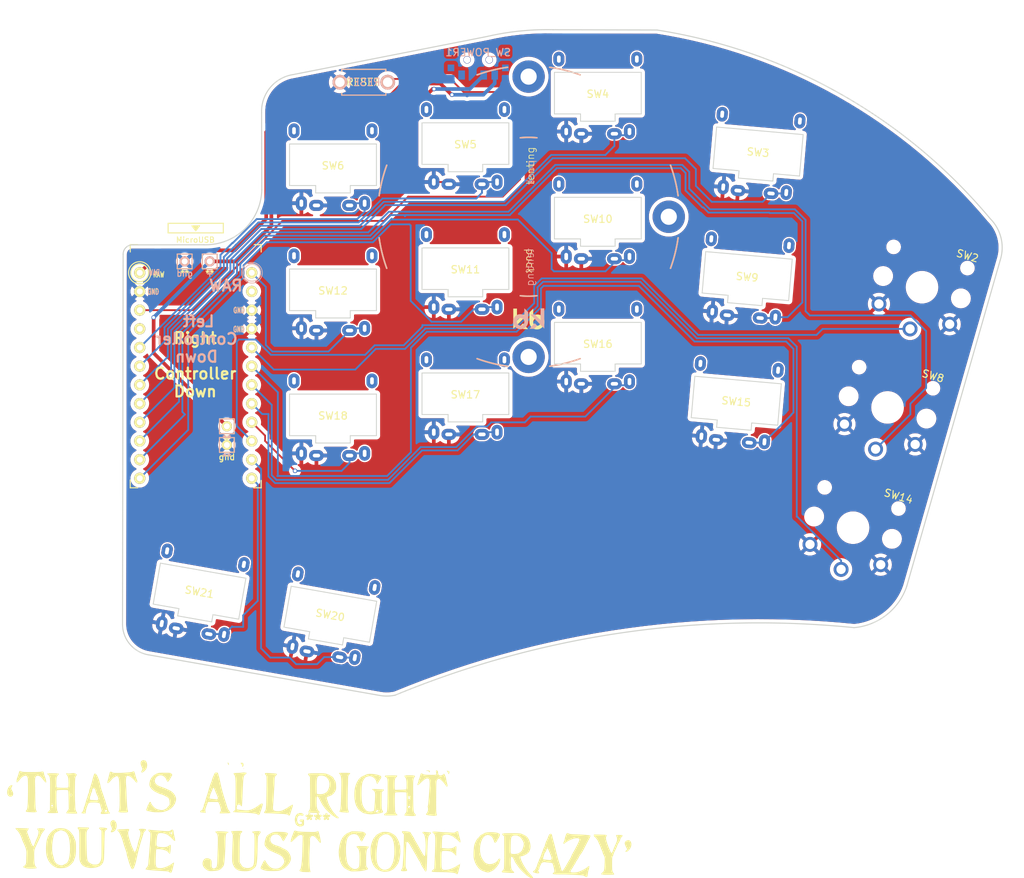
<source format=kicad_pcb>
(kicad_pcb (version 20211014) (generator pcbnew)
  (title_block (title "hypergolic") (date "2020-12-26") (rev "0.1") (company "broomlabs"))
  (layers (0 "F.Cu" signal) (31 "B.Cu" signal) (34 "B.Paste" user) (35 "F.Paste" user) (36 "B.SilkS" user "B.Silkscreen") (37 "F.SilkS" user "F.Silkscreen") (38 "B.Mask" user) (39 "F.Mask" user) (44 "Edge.Cuts" user))
  (net 0 "")
  (net 1 "reset")
  (net 2 "BT+")
  (net 3 "gnd")
  (net 4 "vcc")
  (net 5 "Switch18")
  (net 6 "Switch1")
  (net 7 "Switch2")
  (net 8 "Switch3")
  (net 9 "Switch4")
  (net 10 "Switch5")
  (net 11 "Switch6")
  (net 12 "Switch7")
  (net 13 "Switch8")
  (net 14 "Switch9")
  (net 15 "Switch10")
  (net 16 "Switch11")
  (net 17 "Switch12")
  (net 18 "Switch13")
  (net 19 "Switch14")
  (net 20 "Switch15")
  (net 21 "Switch16")
  (net 22 "Switch17")
  (net 23 "Net-(SW_POWER1-Pad1)")
  (net 24 "raw")
  (footprint "kbd:ProMicro_v3_min" (layer "F.Cu") (at 48.16941 71.875)
    (fp_text reference "U1" hide)
    (fp_text value "ProMicro-kbd" hide)
  )
  (footprint "kbd:1pin_conn" (layer "F.Cu") (at 52.4 80.8)
    (fp_text reference "gnd")
    (fp_text value "MountingHole_Pad" hide)
  )
  (footprint "kbd:1pin_conn" (layer "F.Cu") (at 52.4 78.26)
    (fp_text reference "+")
    (fp_text value "Val**" hide)
  )
  (footprint "kbd:crazy3.kicad" (layer "F.Cu") (at 64.008 131.826)
    (fp_text reference "G***")
    (fp_text value "LOGO" hide)
  )
  (footprint "kbd:1pin_conn" (layer "B.Cu") (at 46.66941 55.85 180)
    (fp_text reference "gnd")
    (fp_text value "MountingHole_Pad" hide)
  )
  (footprint "kbd:ResetSW" (layer "B.Cu") (at 71.01541 31.496 180)
    (fp_text reference "RSW1" hide)
    (fp_text value "SW_Push")
  )
  (footprint "Kailh:SW_PG1350_rev_DPB" (layer "B.Cu") (at 146.891958 59.358753 164)
    (fp_text reference "SW2" hide)
    (fp_text value "SW_Push" hide)
  )
  (footprint "kbd:Choc_Mini_PG1232_Choc_Spacing_dual_ease" (layer "B.Cu") (at 124.599767 41.041588 175)
    (fp_text reference "SW3" hide)
    (fp_text value "SW_Push" hide)
    (fp_line (start 5.9 2.95) (end 5.9 -2.7) (layer "Edge.Cuts") (width 0.12))
    (fp_line (start -2.35 -2.7) (end -5.9 -2.7) (layer "Edge.Cuts") (width 0.12))
    (fp_line (start -5.9 -2.7) (end -5.9 2.95) (layer "Edge.Cuts") (width 0.12))
    (fp_line (start 2.35 -2.7) (end 5.9 -2.7) (layer "Edge.Cuts") (width 0.12))
    (fp_line (start -5.9 2.95) (end 5.9 2.95) (layer "Edge.Cuts") (width 0.12))
    (fp_line (start -2.35 -3.7) (end 2.35 -3.7) (layer "Edge.Cuts") (width 0.12))
    (fp_line (start 2.35 -3.7) (end 2.35 -2.7) (layer "Edge.Cuts") (width 0.12))
    (fp_line (start -2.35 -2.7) (end -2.35 -3.7) (layer "Edge.Cuts") (width 0.12))
  )
  (footprint "kbd:Choc_Mini_PG1232_Choc_Spacing_dual_ease" (layer "B.Cu") (at 102.82741 33.102 180)
    (fp_text reference "SW4" hide)
    (fp_text value "SW_Push" hide)
    (fp_line (start -2.35 -3.7) (end 2.35 -3.7) (layer "Edge.Cuts") (width 0.12))
    (fp_line (start -5.9 -2.7) (end -5.9 2.95) (layer "Edge.Cuts") (width 0.12))
    (fp_line (start -2.35 -2.7) (end -5.9 -2.7) (layer "Edge.Cuts") (width 0.12))
    (fp_line (start 2.35 -2.7) (end 5.9 -2.7) (layer "Edge.Cuts") (width 0.12))
    (fp_line (start -2.35 -2.7) (end -2.35 -3.7) (layer "Edge.Cuts") (width 0.12))
    (fp_line (start 2.35 -3.7) (end 2.35 -2.7) (layer "Edge.Cuts") (width 0.12))
    (fp_line (start -5.9 2.95) (end 5.9 2.95) (layer "Edge.Cuts") (width 0.12))
    (fp_line (start 5.9 2.95) (end 5.9 -2.7) (layer "Edge.Cuts") (width 0.12))
  )
  (footprint "kbd:Choc_Mini_PG1232_Choc_Spacing_dual_ease" (layer "B.Cu") (at 84.82741 39.962 180)
    (fp_text reference "SW5" hide)
    (fp_text value "SW_Push" hide)
    (fp_line (start 2.35 -3.7) (end 2.35 -2.7) (layer "Edge.Cuts") (width 0.12))
    (fp_line (start 2.35 -2.7) (end 5.9 -2.7) (layer "Edge.Cuts") (width 0.12))
    (fp_line (start -2.35 -2.7) (end -2.35 -3.7) (layer "Edge.Cuts") (width 0.12))
    (fp_line (start -2.35 -3.7) (end 2.35 -3.7) (layer "Edge.Cuts") (width 0.12))
    (fp_line (start -2.35 -2.7) (end -5.9 -2.7) (layer "Edge.Cuts") (width 0.12))
    (fp_line (start -5.9 -2.7) (end -5.9 2.95) (layer "Edge.Cuts") (width 0.12))
    (fp_line (start -5.9 2.95) (end 5.9 2.95) (layer "Edge.Cuts") (width 0.12))
    (fp_line (start 5.9 2.95) (end 5.9 -2.7) (layer "Edge.Cuts") (width 0.12))
  )
  (footprint "kbd:Choc_Mini_PG1232_Choc_Spacing_dual_ease" (layer "B.Cu") (at 66.82741 42.842 180)
    (fp_text reference "SW6" hide)
    (fp_text value "SW_Push" hide)
    (fp_line (start -2.35 -3.7) (end 2.35 -3.7) (layer "Edge.Cuts") (width 0.12))
    (fp_line (start -2.35 -2.7) (end -5.9 -2.7) (layer "Edge.Cuts") (width 0.12))
    (fp_line (start 5.9 2.95) (end 5.9 -2.7) (layer "Edge.Cuts") (width 0.12))
    (fp_line (start 2.35 -3.7) (end 2.35 -2.7) (layer "Edge.Cuts") (width 0.12))
    (fp_line (start -2.35 -2.7) (end -2.35 -3.7) (layer "Edge.Cuts") (width 0.12))
    (fp_line (start 2.35 -2.7) (end 5.9 -2.7) (layer "Edge.Cuts") (width 0.12))
    (fp_line (start -5.9 -2.7) (end -5.9 2.95) (layer "Edge.Cuts") (width 0.12))
    (fp_line (start -5.9 2.95) (end 5.9 2.95) (layer "Edge.Cuts") (width 0.12))
  )
  (footprint "Kailh:SW_PG1350_rev_DPB" (layer "B.Cu") (at 142.206148 75.700164 164)
    (fp_text reference "SW8" hide)
    (fp_text value "SW_Push" hide)
  )
  (footprint "kbd:Choc_Mini_PG1232_Choc_Spacing_dual_ease" (layer "B.Cu") (at 123.118179 57.97691 175)
    (fp_text reference "SW9" hide)
    (fp_text value "SW_Push" hide)
    (fp_line (start -2.35 -3.7) (end 2.35 -3.7) (layer "Edge.Cuts") (width 0.12))
    (fp_line (start -2.35 -2.7) (end -5.9 -2.7) (layer "Edge.Cuts") (width 0.12))
    (fp_line (start 2.35 -2.7) (end 5.9 -2.7) (layer "Edge.Cuts") (width 0.12))
    (fp_line (start -2.35 -2.7) (end -2.35 -3.7) (layer "Edge.Cuts") (width 0.12))
    (fp_line (start -5.9 -2.7) (end -5.9 2.95) (layer "Edge.Cuts") (width 0.12))
    (fp_line (start 5.9 2.95) (end 5.9 -2.7) (layer "Edge.Cuts") (width 0.12))
    (fp_line (start 2.35 -3.7) (end 2.35 -2.7) (layer "Edge.Cuts") (width 0.12))
    (fp_line (start -5.9 2.95) (end 5.9 2.95) (layer "Edge.Cuts") (width 0.12))
  )
  (footprint "kbd:Choc_Mini_PG1232_Choc_Spacing_dual_ease" (layer "B.Cu") (at 102.82741 50.092 180)
    (fp_text reference "SW10" hide)
    (fp_text value "SW_Push" hide)
    (fp_line (start -2.35 -2.7) (end -2.35 -3.7) (layer "Edge.Cuts") (width 0.12))
    (fp_line (start -2.35 -2.7) (end -5.9 -2.7) (layer "Edge.Cuts") (width 0.12))
    (fp_line (start 2.35 -3.7) (end 2.35 -2.7) (layer "Edge.Cuts") (width 0.12))
    (fp_line (start -5.9 2.95) (end 5.9 2.95) (layer "Edge.Cuts") (width 0.12))
    (fp_line (start 5.9 2.95) (end 5.9 -2.7) (layer "Edge.Cuts") (width 0.12))
    (fp_line (start 2.35 -2.7) (end 5.9 -2.7) (layer "Edge.Cuts") (width 0.12))
    (fp_line (start -2.35 -3.7) (end 2.35 -3.7) (layer "Edge.Cuts") (width 0.12))
    (fp_line (start -5.9 -2.7) (end -5.9 2.95) (layer "Edge.Cuts") (width 0.12))
  )
  (footprint "kbd:Choc_Mini_PG1232_Choc_Spacing_dual_ease" (layer "B.Cu") (at 84.82741 56.962 180)
    (fp_text reference "SW11" hide)
    (fp_text value "SW_Push" hide)
    (fp_line (start -2.35 -2.7) (end -2.35 -3.7) (layer "Edge.Cuts") (width 0.12))
    (fp_line (start 2.35 -3.7) (end 2.35 -2.7) (layer "Edge.Cuts") (width 0.12))
    (fp_line (start -2.35 -2.7) (end -5.9 -2.7) (layer "Edge.Cuts") (width 0.12))
    (fp_line (start 5.9 2.95) (end 5.9 -2.7) (layer "Edge.Cuts") (width 0.12))
    (fp_line (start -5.9 2.95) (end 5.9 2.95) (layer "Edge.Cuts") (width 0.12))
    (fp_line (start -2.35 -3.7) (end 2.35 -3.7) (layer "Edge.Cuts") (width 0.12))
    (fp_line (start 2.35 -2.7) (end 5.9 -2.7) (layer "Edge.Cuts") (width 0.12))
    (fp_line (start -5.9 -2.7) (end -5.9 2.95) (layer "Edge.Cuts") (width 0.12))
  )
  (footprint "kbd:Choc_Mini_PG1232_Choc_Spacing_dual_ease" (layer "B.Cu") (at 66.82741 59.842 180)
    (fp_text reference "SW12" hide)
    (fp_text value "SW_Push" hide)
    (fp_line (start 5.9 2.95) (end 5.9 -2.7) (layer "Edge.Cuts") (width 0.12))
    (fp_line (start 2.35 -3.7) (end 2.35 -2.7) (layer "Edge.Cuts") (width 0.12))
    (fp_line (start -5.9 -2.7) (end -5.9 2.95) (layer "Edge.Cuts") (width 0.12))
    (fp_line (start -5.9 2.95) (end 5.9 2.95) (layer "Edge.Cuts") (width 0.12))
    (fp_line (start -2.35 -2.7) (end -2.35 -3.7) (layer "Edge.Cuts") (width 0.12))
    (fp_line (start -2.35 -3.7) (end 2.35 -3.7) (layer "Edge.Cuts") (width 0.12))
    (fp_line (start 2.35 -2.7) (end 5.9 -2.7) (layer "Edge.Cuts") (width 0.12))
    (fp_line (start -2.35 -2.7) (end -5.9 -2.7) (layer "Edge.Cuts") (width 0.12))
  )
  (footprint "Kailh:SW_PG1350_rev_DPB" (layer "B.Cu") (at 137.518952 92.04645 164)
    (fp_text reference "SW14" hide)
    (fp_text value "SW_Push" hide)
  )
  (footprint "kbd:Choc_Mini_PG1232_Choc_Spacing_dual_ease" (layer "B.Cu") (at 121.636106 74.917124 175)
    (fp_text reference "SW15" hide)
    (fp_text value "SW_Push" hide)
    (fp_line (start -2.35 -2.7) (end -2.35 -3.7) (layer "Edge.Cuts") (width 0.12))
    (fp_line (start 2.35 -2.7) (end 5.9 -2.7) (layer "Edge.Cuts") (width 0.12))
    (fp_line (start 2.35 -3.7) (end 2.35 -2.7) (layer "Edge.Cuts") (width 0.12))
    (fp_line (start -2.35 -2.7) (end -5.9 -2.7) (layer "Edge.Cuts") (width 0.12))
    (fp_line (start -5.9 -2.7) (end -5.9 2.95) (layer "Edge.Cuts") (width 0.12))
    (fp_line (start -5.9 2.95) (end 5.9 2.95) (layer "Edge.Cuts") (width 0.12))
    (fp_line (start 5.9 2.95) (end 5.9 -2.7) (layer "Edge.Cuts") (width 0.12))
    (fp_line (start -2.35 -3.7) (end 2.35 -3.7) (layer "Edge.Cuts") (width 0.12))
  )
  (footprint "kbd:Choc_Mini_PG1232_Choc_Spacing_dual_ease" (layer "B.Cu") (at 102.82741 67.092 180)
    (fp_text reference "SW16" hide)
    (fp_text value "SW_Push" hide)
    (fp_line (start 2.35 -3.7) (end 2.35 -2.7) (layer "Edge.Cuts") (width 0.12))
    (fp_line (start -2.35 -2.7) (end -5.9 -2.7) (layer "Edge.Cuts") (width 0.12))
    (fp_line (start -5.9 2.95) (end 5.9 2.95) (layer "Edge.Cuts") (width 0.12))
    (fp_line (start -2.35 -2.7) (end -2.35 -3.7) (layer "Edge.Cuts") (width 0.12))
    (fp_line (start -5.9 -2.7) (end -5.9 2.95) (layer "Edge.Cuts") (width 0.12))
    (fp_line (start -2.35 -3.7) (end 2.35 -3.7) (layer "Edge.Cuts") (width 0.12))
    (fp_line (start 5.9 2.95) (end 5.9 -2.7) (layer "Edge.Cuts") (width 0.12))
    (fp_line (start 2.35 -2.7) (end 5.9 -2.7) (layer "Edge.Cuts") (width 0.12))
  )
  (footprint "kbd:Choc_Mini_PG1232_Choc_Spacing_dual_ease" (layer "B.Cu") (at 84.82741 73.967 180)
    (fp_text reference "SW17" hide)
    (fp_text value "SW_Push" hide)
    (fp_line (start -2.35 -2.7) (end -5.9 -2.7) (layer "Edge.Cuts") (width 0.12))
    (fp_line (start 5.9 2.95) (end 5.9 -2.7) (layer "Edge.Cuts") (width 0.12))
    (fp_line (start 2.35 -3.7) (end 2.35 -2.7) (layer "Edge.Cuts") (width 0.12))
    (fp_line (start -2.35 -2.7) (end -2.35 -3.7) (layer "Edge.Cuts") (width 0.12))
    (fp_line (start -2.35 -3.7) (end 2.35 -3.7) (layer "Edge.Cuts") (width 0.12))
    (fp_line (start -5.9 2.95) (end 5.9 2.95) (layer "Edge.Cuts") (width 0.12))
    (fp_line (start -5.9 -2.7) (end -5.9 2.95) (layer "Edge.Cuts") (width 0.12))
    (fp_line (start 2.35 -2.7) (end 5.9 -2.7) (layer "Edge.Cuts") (width 0.12))
  )
  (footprint "kbd:Choc_Mini_PG1232_Choc_Spacing_dual_ease" (layer "B.Cu") (at 66.82741 76.842 180)
    (fp_text reference "SW18" hide)
    (fp_text value "SW_Push" hide)
    (fp_line (start -2.35 -2.7) (end -5.9 -2.7) (layer "Edge.Cuts") (width 0.12))
    (fp_line (start -2.35 -3.7) (end 2.35 -3.7) (layer "Edge.Cuts") (width 0.12))
    (fp_line (start -2.35 -2.7) (end -2.35 -3.7) (layer "Edge.Cuts") (width 0.12))
    (fp_line (start 2.35 -2.7) (end 5.9 -2.7) (layer "Edge.Cuts") (width 0.12))
    (fp_line (start 5.9 2.95) (end 5.9 -2.7) (layer "Edge.Cuts") (width 0.12))
    (fp_line (start 2.35 -3.7) (end 2.35 -2.7) (layer "Edge.Cuts") (width 0.12))
    (fp_line (start -5.9 2.95) (end 5.9 2.95) (layer "Edge.Cuts") (width 0.12))
    (fp_line (start -5.9 -2.7) (end -5.9 2.95) (layer "Edge.Cuts") (width 0.12))
  )
  (footprint "kbd:Choc_Mini_PG1232_Choc_Spacing_dual_ease" (layer "B.Cu") (at 66.44519 103.93435 170)
    (fp_text reference "SW20" hide)
    (fp_text value "SW_Push" hide)
    (fp_line (start -2.35 -2.7) (end -2.35 -3.7) (layer "Edge.Cuts") (width 0.12))
    (fp_line (start -2.35 -2.7) (end -5.9 -2.7) (layer "Edge.Cuts") (width 0.12))
    (fp_line (start 2.35 -3.7) (end 2.35 -2.7) (layer "Edge.Cuts") (width 0.12))
    (fp_line (start 5.9 2.95) (end 5.9 -2.7) (layer "Edge.Cuts") (width 0.12))
    (fp_line (start -2.35 -3.7) (end 2.35 -3.7) (layer "Edge.Cuts") (width 0.12))
    (fp_line (start 2.35 -2.7) (end 5.9 -2.7) (layer "Edge.Cuts") (width 0.12))
    (fp_line (start -5.9 2.95) (end 5.9 2.95) (layer "Edge.Cuts") (width 0.12))
    (fp_line (start -5.9 -2.7) (end -5.9 2.95) (layer "Edge.Cuts") (width 0.12))
  )
  (footprint "kbd:Choc_Mini_PG1232_Choc_Spacing_dual_ease" (layer "B.Cu") (at 48.66941 100.8 170)
    (fp_text reference "SW21" hide)
    (fp_text value "SW_Push" hide)
    (fp_line (start 5.9 2.95) (end 5.9 -2.7) (layer "Edge.Cuts") (width 0.12))
    (fp_line (start 2.35 -2.7) (end 5.9 -2.7) (layer "Edge.Cuts") (width 0.12))
    (fp_line (start -2.35 -2.7) (end -5.9 -2.7) (layer "Edge.Cuts") (width 0.12))
    (fp_line (start -2.35 -2.7) (end -2.35 -3.7) (layer "Edge.Cuts") (width 0.12))
    (fp_line (start -2.35 -3.7) (end 2.35 -3.7) (layer "Edge.Cuts") (width 0.12))
    (fp_line (start 2.35 -3.7) (end 2.35 -2.7) (layer "Edge.Cuts") (width 0.12))
    (fp_line (start -5.9 -2.7) (end -5.9 2.95) (layer "Edge.Cuts") (width 0.12))
    (fp_line (start -5.9 2.95) (end 5.9 2.95) (layer "Edge.Cuts") (width 0.12))
  )
  (footprint "Kailh:SPDT_C128955" (layer "B.Cu") (at 86.56141 28.448 180)
    (fp_text reference "SW_POWER1")
    (fp_text value "SW_SPDT")
  )
  (footprint "kbd:Tenting_Puck2-3" (layer "B.Cu") (at 93.41941 49.784 180)
    (fp_text reference "REF**")
    (fp_text value "Tenting Puck")
  )
  (footprint "kbd:1pin_conn" (layer "B.Cu") (at 50.07341 55.85 180)
    (fp_text reference "+")
    (fp_text value "Val**" hide)
  )
  (gr_circle (center 55.81941 57.4) (end 54.41941 57.35) (layer "B.SilkS") (width 0.1) (fill none))
  (gr_circle (center 55.81941 57.4) (end 54.677044 57.4) (layer "B.SilkS") (width 0.1) (fill none))
  (gr_circle (center 40.55 57.4) (end 40.7 55.9) (layer "F.SilkS") (width 0.15) (fill none))
  (gr_circle (center 40.55 57.4) (end 40.65 56.2) (layer "F.SilkS") (width 0.15) (fill none))
  (gr_line (start 49.269478 53.588662) (end 39.651254 53.604895) (layer "Edge.Cuts") (width 0.15))
  (gr_line (start 57.11941 35.6) (end 57.143337 46.117042) (layer "Edge.Cuts") (width 0.15))
  (gr_arc (start 156.15741 50.038) (mid 157.639764 52.691769) (end 157.509249 55.72868) (layer "Edge.Cuts") (width 0.15))
  (gr_arc (start 144.810462 100.035228) (mid 142.069409 103.899999) (end 137.660462 105.635228) (layer "Edge.Cuts") (width 0.15))
  (gr_arc (start 57.11941 35.6) (mid 58.294231 32.21736) (end 61.411611 30.45543) (layer "Edge.Cuts") (width 0.15))
  (gr_arc (start 57.143337 46.117042) (mid 54.76941 51.5) (end 49.269478 53.588662) (layer "Edge.Cuts") (width 0.15))
  (gr_line (start 110.86941 24.4) (end 96.721938 24.359567) (layer "Edge.Cuts") (width 0.15))
  (gr_arc (start 41.815813 109.344622) (mid 39.269411 107.95) (end 38.215813 105.244622) (layer "Edge.Cuts") (width 0.15))
  (gr_arc (start 75.283396 114.814) (mid 105.903985 106.364979) (end 137.660462 105.635228) (layer "Edge.Cuts") (width 0.15))
  (gr_arc (start 110.86941 24.4) (mid 135.842352 33.105062) (end 156.15741 50.038) (layer "Edge.Cuts") (width 0.15))
  (gr_line (start 38.30141 54.882422) (end 38.215813 105.244622) (layer "Edge.Cuts") (width 0.15))
  (gr_arc (start 87.793803 25.273399) (mid 92.229595 24.540232) (end 96.721938 24.359567) (layer "Edge.Cuts") (width 0.15))
  (gr_line (start 41.815813 109.344622) (end 73.16941 114.85) (layer "Edge.Cuts") (width 0.15))
  (gr_line (start 87.793803 25.273399) (end 61.411611 30.45543) (layer "Edge.Cuts") (width 0.15))
  (gr_arc (start 38.30141 54.882422) (mid 38.698406 53.95) (end 39.651254 53.604895) (layer "Edge.Cuts") (width 0.15))
  (gr_arc (start 75.283396 114.814) (mid 74.228149 114.934509) (end 73.16941 114.85) (layer "Edge.Cuts") (width 0.15))
  (gr_line (start 144.810462 100.035228) (end 157.509249 55.72868) (layer "Edge.Cuts") (width 0.15))
  (gr_text "Controller\nDown" (at 48.26941 67.6) (layer "B.SilkS") (effects (font (size 1.5 1.5) (thickness 0.3)) (justify mirror)))
  (gr_text "Left" (at 48.56941 64) (layer "B.SilkS") (effects (font (size 1.5 1.5) (thickness 0.3)) (justify mirror)))
  (gr_text "RAW" (at 52.26941 59.15) (layer "B.SilkS") (effects (font (size 1.5 1.5) (thickness 0.3)) (justify mirror)))
  (gr_text "Right\n\nController\nDown" (at 48.1 69.9) (layer "F.SilkS") (effects (font (size 1.5 1.5) (thickness 0.3))))
  (segment (start 47.823 62.477) (end 59.95 50.35) (width 0.25) (layer "F.Cu") (net 1))
  (segment (start 90.825 32.825) (end 84.575 32.825) (width 0.25) (layer "F.Cu") (net 1))
  (segment (start 74.71141 31.05) (end 74.26541 31.496) (width 0.25) (layer "F.Cu") (net 1))
  (segment (start 82.8 31.05) (end 74.71141 31.05) (width 0.25) (layer "F.Cu") (net 1))
  (segment (start 73.75 50.35) (end 77.05 47.05) (width 0.25) (layer "F.Cu") (net 1))
  (segment (start 40.56081 62.477) (end 47.823 62.477) (width 0.25) (layer "F.Cu") (net 1))
  (segment (start 59.95 50.35) (end 73.75 50.35) (width 0.25) (layer "F.Cu") (net 1))
  (segment (start 92.25 44.7) (end 92.25 34.25) (width 0.25) (layer "F.Cu") (net 1))
  (segment (start 89.9 47.05) (end 92.25 44.7) (width 0.25) (layer "F.Cu") (net 1))
  (segment (start 77.05 47.05) (end 89.9 47.05) (width 0.25) (layer "F.Cu") (net 1))
  (segment (start 92.25 34.25) (end 90.825 32.825) (width 0.25) (layer "F.Cu") (net 1))
  (segment (start 84.575 32.825) (end 82.8 31.05) (width 0.25) (layer "F.Cu") (net 1))
  (segment (start 76.396516 36.396516) (end 75.203484 36.396516) (width 0.5) (layer "F.Cu") (net 2))
  (segment (start 60.629388 36.396516) (end 75.203484 36.396516) (width 0.5) (layer "F.Cu") (net 2))
  (segment (start 53.6 55.85) (end 58.449519 51.000481) (width 0.5) (layer "F.Cu") (net 2))
  (segment (start 42.45 68.31) (end 52.4 78.26) (width 0.5) (layer "F.Cu") (net 2))
  (segment (start 80.558077 32.419333) (end 80.3737 32.419333) (width 0.5) (layer "F.Cu") (net 2))
  (segment (start 58.449519 51.000481) (end 58.449519 38.576385) (width 0.5) (layer "F.Cu") (net 2))
  (segment (start 75.203484 36.396516) (end 61.276517 36.396516) (width 0.5) (layer "F.Cu") (net 2))
  (segment (start 42.45 63.47341) (end 42.45 68.31) (width 0.5) (layer "F.Cu") (net 2))
  (segment (start 58.449519 38.576385) (end 60.629388 36.396516) (width 0.5) (layer "F.Cu") (net 2))
  (segment (start 80.3737 32.419333) (end 76.396516 36.396516) (width 0.5) (layer "F.Cu") (net 2))
  (segment (start 50.07341 55.85) (end 53.6 55.85) (width 0.5) (layer "F.Cu") (net 2))
  (via (at 42.45 63.47341) (size 0.6) (drill 0.4) (layers "F.Cu" "B.Cu") (net 2))
  (via (at 80.558077 32.419333) (size 0.6) (drill 0.4) (layers "F.Cu" "B.Cu") (net 2))
  (segment (start 87.31141 30.523) (end 85.415077 32.419333) (width 0.5) (layer "B.Cu") (net 2))
  (segment (start 50.07341 55.85) (end 42.45 63.47341) (width 0.5) (layer "B.Cu") (net 2))
  (segment (start 85.415077 32.419333) (end 80.558077 32.419333) (width 0.5) (layer "B.Cu") (net 2))
  (segment (start 80.52741 45.062) (end 82.27741 45.062) (width 0.25) (layer "F.Cu") (net 3))
  (segment (start 82.27741 45.062) (end 82.57741 45.362) (width 0.25) (layer "F.Cu") (net 3))
  (segment (start 132.565914 65.84448) (end 117.04448 65.84448) (width 0.25) (layer "B.Cu") (net 6))
  (segment (start 78.969229 64.730771) (end 76.45 67.25) (width 0.25) (layer "B.Cu") (net 6))
  (segment (start 58.39952 68.54952) (end 56.320489 66.470489) (width 0.25) (layer "B.Cu") (net 6))
  (segment (start 104.433511 58.166489) (end 95.197613 58.166489) (width 0.25) (layer "B.Cu") (net 6))
  (segment (start 76.45 67.25) (end 72.499622 67.25) (width 0.25) (layer "B.Cu") (net 6))
  (segment (start 133.380197 65.030197) (end 132.565914 65.84448) (width 0.25) (layer "B.Cu") (net 6))
  (segment (start 95.197613 58.166489) (end 94.17539 59.188712) (width 0.25) (layer "B.Cu") (net 6))
  (segment (start 91.190216 64.516489) (end 78.969229 64.516489) (width 0.25) (layer "B.Cu") (net 6))
  (segment (start 108.787617 58.166489) (end 104.433511 58.166489) (width 0.25) (layer "B.Cu") (net 6))
  (segment (start 94.17539 59.188712) (end 94.17539 61.531315) (width 0.25) (layer "B.Cu") (net 6))
  (segment (start 56.320489 66.470489) (end 54.029511 66.470489) (width 0.25) (layer "B.Cu") (net 6))
  (segment (start 117.04448 65.84448) (end 116.465608 65.84448) (width 0.25) (layer "B.Cu") (net 6))
  (segment (start 116.465608 65.84448) (end 108.787617 58.166489) (width 0.25) (layer "B.Cu") (net 6))
  (segment (start 71.200102 68.54952) (end 58.39952 68.54952) (width 0.25) (layer "B.Cu") (net 6))
  (segment (start 53.75 66.75) (end 53.75 78.22619) (width 0.25) (layer "B.Cu") (net 6))
  (segment (start 78.969229 64.516489) (end 78.969229 64.730771) (width 0.25) (layer "B.Cu") (net 6))
  (segment (start 72.499622 67.25) (end 71.200102 68.54952) (width 0.25) (layer "B.Cu") (net 6))
  (segment (start 104.433511 58.166489) (end 103.583511 58.166489) (width 0.25) (layer "B.Cu") (net 6))
  (segment (start 145.265698 65.030197) (end 133.380197 65.030197) (width 0.25) (layer "B.Cu") (net 6))
  (segment (start 54.029511 66.470489) (end 53.75 66.75) (width 0.25) (layer "B.Cu") (net 6))
  (segment (start 53.75 78.22619) (end 55.78081 80.257) (width 0.25) (layer "B.Cu") (net 6))
  (segment (start 94.17539 61.531315) (end 91.190216 64.516489) (width 0.25) (layer "B.Cu") (net 6))
  (segment (start 118.31141 47.752) (end 116.15241 45.593) (width 0.25) (layer "B.Cu") (net 7))
  (segment (start 44.825804 70.912006) (end 40.56081 75.177) (width 0.25) (layer "B.Cu") (net 7))
  (segment (start 44.825804 65.199159) (end 44.825804 70.912006) (width 0.25) (layer "B.Cu") (net 7))
  (segment (start 70.673405 51.450825) (end 57.070611 51.450825) (width 0.25) (layer "B.Cu") (net 7))
  (segment (start 73.92222 48.20201) (end 70.673405 51.450825) (width 0.25) (layer "B.Cu") (net 7))
  (segment (start 126.370564 46.61714) (end 128.318721 46.61714) (width 0.25) (layer "B.Cu") (net 7))
  (segment (start 116.15241 45.593) (end 116.15241 43.307) (width 0.25) (layer "B.Cu") (net 7))
  (segment (start 126.370564 46.61714) (end 125.235704 47.752) (width 0.25) (layer "B.Cu") (net 7))
  (segment (start 52.882465 55.638971) (end 52.882465 57.142499) (width 0.25) (layer "B.Cu") (net 7))
  (segment (start 96.6733 41.83252) (end 90.30381 48.20201) (width 0.25) (layer "B.Cu") (net 7))
  (segment (start 52.882465 57.142499) (end 44.825804 65.199159) (width 0.25) (layer "B.Cu") (net 7))
  (segment (start 114.67793 41.83252) (end 96.6733 41.83252) (width 0.25) (layer "B.Cu") (net 7))
  (segment (start 90.30381 48.20201) (end 73.92222 48.20201) (width 0.25) (layer "B.Cu") (net 7))
  (segment (start 128.318721 46.61714) (end 128.43891 46.496951) (width 0.25) (layer "B.Cu") (net 7))
  (segment (start 57.070611 51.450825) (end 52.882465 55.638971) (width 0.25) (layer "B.Cu") (net 7))
  (segment (start 125.235704 47.752) (end 118.31141 47.752) (width 0.25) (layer "B.Cu") (net 7))
  (segment (start 116.15241 43.307) (end 114.67793 41.83252) (width 0.25) (layer "B.Cu") (net 7))
  (segment (start 105.37741 38.702) (end 107.12741 38.702) (width 0.25) (layer "B.Cu") (net 8))
  (segment (start 44.376284 68.821526) (end 44.376284 65.012961) (width 0.25) (layer "B.Cu") (net 8))
  (segment (start 105.07741 40.158) (end 105.07741 39.002) (width 0.25) (layer "B.Cu") (net 8))
  (segment (start 52.432945 55.452773) (end 56.884903 51.000815) (width 0.25) (layer "B.Cu") (net 8))
  (segment (start 70.487005 51.000815) (end 73.73582 47.752) (width 0.25) (layer "B.Cu") (net 8))
  (segment (start 73.73582 47.752) (end 90.11741 47.752) (width 0.25) (layer "B.Cu") (net 8))
  (segment (start 44.376284 65.012961) (end 52.432945 56.9563) (width 0.25) (layer "B.Cu") (net 8))
  (segment (start 52.432945 56.9563) (end 52.432945 55.452773) (width 0.25) (layer "B.Cu") (net 8))
  (segment (start 103.85241 41.383) (end 105.07741 40.158) (width 0.25) (layer "B.Cu") (net 8))
  (segment (start 90.11741 47.752) (end 96.48641 41.383) (width 0.25) (layer "B.Cu") (net 8))
  (segment (start 105.07741 39.002) (end 105.37741 38.702) (width 0.25) (layer "B.Cu") (net 8))
  (segment (start 56.884903 51.000815) (end 70.487005 51.000815) (width 0.25) (layer "B.Cu") (net 8))
  (segment (start 40.56081 72.637) (end 44.376284 68.821526) (width 0.25) (layer "B.Cu") (net 8))
  (segment (start 96.48641 41.383) (end 103.85241 41.383) (width 0.25) (layer "B.Cu") (net 8))
  (segment (start 51.983425 55.266575) (end 51.983425 56.770103) (width 0.25) (layer "B.Cu") (net 9))
  (segment (start 87.07741 46.53199) (end 87.07741 45.362) (width 0.25) (layer "B.Cu") (net 9))
  (segment (start 73.54942 47.30199) (end 86.30741 47.30199) (width 0.25) (layer "B.Cu") (net 9))
  (segment (start 70.300605 50.550805) (end 73.54942 47.30199) (width 0.25) (layer "B.Cu") (net 9))
  (segment (start 86.30741 47.30199) (end 87.07741 46.53199) (width 0.25) (layer "B.Cu") (net 9))
  (segment (start 43.926764 64.826764) (end 43.926764 66.731046) (width 0.25) (layer "B.Cu") (net 9))
  (segment (start 53.65 53.6) (end 51.983425 55.266575) (width 0.25) (layer "B.Cu") (net 9))
  (segment (start 89.12741 45.062) (end 87.37741 45.062) (width 0.25) (layer "B.Cu") (net 9))
  (segment (start 87.37741 45.062) (end 87.07741 45.362) (width 0.25) (layer "B.Cu") (net 9))
  (segment (start 51.983425 56.770103) (end 43.926764 64.826764) (width 0.25) (layer "B.Cu") (net 9))
  (segment (start 56.699195 50.550805) (end 70.300605 50.550805) (width 0.25) (layer "B.Cu") (net 9))
  (segment (start 43.926764 66.731046) (end 40.56081 70.097) (width 0.25) (layer "B.Cu") (net 9))
  (segment (start 53.65 53.6) (end 56.699195 50.550805) (width 0.25) (layer "B.Cu") (net 9))
  (segment (start 53.65 53.6) (end 53.593972 53.6) (width 0.25) (layer "B.Cu") (net 9))
  (segment (start 71.12741 47.942) (end 71.12741 49.08759) (width 0.25) (layer "B.Cu") (net 10))
  (segment (start 71.12741 47.942) (end 69.37741 47.942) (width 0.25) (layer "B.Cu") (net 10))
  (segment (start 53.170873 53.329127) (end 51.533905 54.966095) (width 0.25) (layer "B.Cu") (net 10))
  (segment (start 71.12741 49.08759) (end 70.114205 50.100795) (width 0.25) (layer "B.Cu") (net 10))
  (segment (start 70.114205 50.100795) (end 56.45746 50.100795) (width 0.25) (layer "B.Cu") (net 10))
  (segment (start 69.37741 47.942) (end 69.07741 48.242) (width 0.25) (layer "B.Cu") (net 10))
  (segment (start 51.533905 54.966095) (end 51.533905 56.583905) (width 0.25) (layer "B.Cu") (net 10))
  (segment (start 51.533905 56.583905) (end 40.56081 67.557) (width 0.25) (layer "B.Cu") (net 10))
  (segment (start 53.229127 53.329127) (end 53.170873 53.329127) (width 0.25) (layer "B.Cu") (net 10))
  (segment (start 56.45746 50.100795) (end 53.229127 53.329127) (width 0.25) (layer "B.Cu") (net 10))
  (segment (start 77.25203 49.10203) (end 90.676611 49.102029) (width 0.25) (layer "B.Cu") (net 11))
  (segment (start 118.05459 48.768) (end 129.613 48.768) (width 0.25) (layer "B.Cu") (net 11))
  (segment (start 131.0694 50.2244) (end 131.0694 62.6194) (width 0.25) (layer "B.Cu") (net 11))
  (segment (start 45.275324 73.002486) (end 45.275324 65.385357) (width 0.25) (layer "B.Cu") (net 11))
  (segment (start 145.307328 75.207328) (end 145.307328 76.644168) (width 0.25) (layer "B.Cu") (net 11))
  (segment (start 57.256809 51.900345) (end 71.618783 51.900345) (width 0.25) (layer "B.Cu") (net 11))
  (segment (start 115.252392 45.965802) (end 118.05459 48.768) (width 0.25) (layer "B.Cu") (net 11))
  (segment (start 53.331985 57.328696) (end 53.331985 55.825169) (width 0.25) (layer "B.Cu") (net 11))
  (segment (start 74.417588 49.10154) (end 77.25154 49.10154) (width 0.25) (layer "B.Cu") (net 11))
  (segment (start 45.275324 65.385357) (end 53.331985 57.328696) (width 0.25) (layer "B.Cu") (net 11))
  (segment (start 53.331985 55.825169) (end 57.256809 51.900345) (width 0.25) (layer "B.Cu") (net 11))
  (segment (start 77.25203 49.10203) (end 76.57538 49.10203) (width 0.25) (layer "B.Cu") (net 11))
  (segment (start 97.04708 42.73156) (end 114.30097 42.73156) (width 0.25) (layer "B.Cu") (net 11))
  (segment (start 131.65 63.2) (end 145.331271 63.2) (width 0.25) (layer "B.Cu") (net 11))
  (segment (start 77.25154 49.10154) (end 77.25203 49.10203) (width 0.25) (layer "B.Cu") (net 11))
  (segment (start 129.613 48.768) (end 131.0694 50.2244) (width 0.25) (layer "B.Cu") (net 11))
  (segment (start 147.45 65.318729) (end 147.45 73.064656) (width 0.25) (layer "B.Cu") (net 11))
  (segment (start 115.252392 43.682982) (end 115.252392 45.965802) (width 0.25) (layer "B.Cu") (net 11))
  (segment (start 90.676611 49.102029) (end 97.04708 42.73156) (width 0.25) (layer "B.Cu") (net 11))
  (segment (start 131.0694 62.6194) (end 131.65 63.2) (width 0.25) (layer "B.Cu") (net 11))
  (segment (start 71.618783 51.900345) (end 74.417588 49.10154) (width 0.25) (layer "B.Cu") (net 11))
  (segment (start 145.307328 76.644168) (end 140.579888 81.371608) (width 0.25) (layer "B.Cu") (net 11))
  (segment (start 147.45 73.064656) (end 145.307328 75.207328) (width 0.25) (layer "B.Cu") (net 11))
  (segment (start 145.331271 63.2) (end 147.45 65.318729) (width 0.25) (layer "B.Cu") (net 11))
  (segment (start 40.56081 77.717) (end 45.275324 73.002486) (width 0.25) (layer "B.Cu") (net 11))
  (segment (start 114.30097 42.73156) (end 115.252392 43.682982) (width 0.25) (layer "B.Cu") (net 11))
  (segment (start 53.781505 56.011367) (end 57.443007 52.349865) (width 0.25) (layer "B.Cu") (net 12))
  (segment (start 45.9 74.91781) (end 45.9 65.396399) (width 0.25) (layer "B.Cu") (net 12))
  (segment (start 117.86819 49.21801) (end 126.12742 49.21801) (width 0.25) (layer "B.Cu") (net 12))
  (segment (start 114.75541 43.836) (end 114.10049 43.18108) (width 0.25) (layer "B.Cu") (net 12))
  (segment (start 53.781505 57.514894) (end 53.781505 56.011367) (width 0.25) (layer "B.Cu") (net 12))
  (segment (start 129.48459 49.276) (end 130.61939 50.4108) (width 0.25) (layer "B.Cu") (net 12))
  (segment (start 74.683679 49.552038) (end 77.047962 49.552038) (width 0.25) (layer "B.Cu") (net 12))
  (segment (start 114.75541 44.196) (end 114.75541 44.45) (width 0.25) (layer "B.Cu") (net 12))
  (segment (start 124.888976 63.552462) (end 126.837133 63.552462) (width 0.25) (layer "B.Cu") (net 12))
  (segment (start 57.443007 52.349865) (end 71.885853 52.349865) (width 0.25) (layer "B.Cu") (net 12))
  (segment (start 114.75541 46.164) (end 114.75541 46.228) (width 0.25) (layer "B.Cu") (net 12))
  (segment (start 96.27704 44.13801) (end 96.09223 44.32282) (width 0.25) (layer "B.Cu") (net 12))
  (segment (start 126.837133 63.552462) (end 126.957322 63.432273) (width 0.25) (layer "B.Cu") (net 12))
  (segment (start 96.09223 44.32282) (end 90.86301 49.552038) (width 0.25) (layer "B.Cu") (net 12))
  (segment (start 117.04141 48.514) (end 117.16418 48.514) (width 0.25) (layer "B.Cu") (net 12))
  (segment (start 76.761782 49.552038) (end 76.59742 49.7164) (width 0.25) (layer "B.Cu") (net 12))
  (segment (start 128.617727 63.432273) (end 130.61939 61.43061) (width 0.25) (layer "B.Cu") (net 12))
  (segment (start 126.18541 49.276) (end 129.48459 49.276) (width 0.25) (layer "B.Cu") (net 12))
  (segment (start 40.56081 80.257) (end 45.9 74.91781) (width 0.25) (layer "B.Cu") (net 12))
  (segment (start 71.885853 52.349865) (end 74.683679 49.552038) (width 0.25) (layer "B.Cu") (net 12))
  (segment (start 77.047962 49.552038) (end 76.761782 49.552038) (width 0.25) (layer "B.Cu") (net 12))
  (segment (start 130.61939 50.4108) (end 130.61939 61.43061) (width 0.25) (layer "B.Cu") (net 12))
  (segment (start 96.09223 44.322128) (end 96.09223 44.32282) (width 0.25) (layer "B.Cu") (net 12))
  (segment (start 126.12742 49.21801) (end 126.18541 49.276) (width 0.25) (layer "B.Cu") (net 12))
  (segment (start 97.233278 43.18108) (end 96.09223 44.322128) (width 0.25) (layer "B.Cu") (net 12))
  (segment (start 114.10049 43.18108) (end 97.233278 43.18108) (width 0.25) (layer "B.Cu") (net 12))
  (segment (start 126.957322 63.432273) (end 128.617727 63.432273) (width 0.25) (layer "B.Cu") (net 12))
  (segment (start 114.75541 44.45) (end 114.75541 46.164) (width 0.25) (layer "B.Cu") (net 12))
  (segment (start 114.75541 46.228) (end 117.04141 48.514) (width 0.25) (layer "B.Cu") (net 12))
  (segment (start 114.75541 46.164) (end 114.75541 43.836) (width 0.25) (layer "B.Cu") (net 12))
  (segment (start 90.86301 49.552038) (end 77.047962 49.552038) (width 0.25) (layer "B.Cu") (net 12))
  (segment (start 117.16418 48.514) (end 117.86819 49.21801) (width 0.25) (layer "B.Cu") (net 12))
  (segment (start 45.9 65.396399) (end 53.781505 57.514894) (width 0.25) (layer "B.Cu") (net 12))
  (segment (start 54.231025 57.701092) (end 54.231025 56.197565) (width 0.25) (layer "B.Cu") (net 13))
  (segment (start 72.072049 52.799385) (end 74.810717 50.060717) (width 0.25) (layer "B.Cu") (net 13))
  (segment (start 74.91592 50.16592) (end 91.96592 50.16592) (width 0.25) (layer "B.Cu") (net 13))
  (segment (start 105.37741 55.692) (end 107.12741 55.692) (width 0.25) (layer "B.Cu") (net 13))
  (segment (start 57.629205 52.799385) (end 72.072049 52.799385) (width 0.25) (layer "B.Cu") (net 13))
  (segment (start 74.810717 50.060717) (end 74.760717 50.110717) (width 0.25) (layer "B.Cu") (net 13))
  (segment (start 103.86941 57.2) (end 105.37741 55.692) (width 0.25) (layer "B.Cu") (net 13))
  (segment (start 91.96592 50.16592) (end 96.55 54.75) (width 0.25) (layer "B.Cu") (net 13))
  (segment (start 96.55 54.75) (end 96.55 56.9) (width 0.25) (layer "B.Cu") (net 13))
  (segment (start 46.7 76.65781) (end 46.34952 76.30733) (width 0.25) (layer "B.Cu") (net 13))
  (segment (start 46.34952 65.582597) (end 54.231025 57.701092) (width 0.25) (layer "B.Cu") (net 13))
  (segment (start 74.810717 50.060717) (end 74.91592 50.16592) (width 0.25) (layer "B.Cu") (net 13))
  (segment (start 96.85 57.2) (end 103.86941 57.2) (width 0.25) (layer "B.Cu") (net 13))
  (segment (start 46.34952 76.30733) (end 46.34952 65.582597) (width 0.25) (layer "B.Cu") (net 13))
  (segment (start 96.55 56.9) (end 96.85 57.2) (width 0.25) (layer "B.Cu") (net 13))
  (segment (start 54.231025 56.197565) (end 57.629205 52.799385) (width 0.25) (layer "B.Cu") (net 13))
  (segment (start 40.56081 82.797) (end 46.7 76.65781) (width 0.25) (layer "B.Cu") (net 13))
  (segment (start 80.219236 64.052764) (end 84.252764 64.052764) (width 0.25) (layer "B.Cu") (net 14))
  (segment (start 40.56081 85.337) (end 47.14952 78.74829) (width 0.25) (layer "B.Cu") (net 14))
  (segment (start 47.14952 78.74829) (end 47.14952 65.55048) (width 0.25) (layer "B.Cu") (net 14))
  (segment (start 74.691576 50.815576) (end 77.231576 50.815576) (width 0.25) (layer "B.Cu") (net 14))
  (segment (start 54.680545 58.019455) (end 54.680545 56.383763) (width 0.25) (layer "B.Cu") (net 14))
  (segment (start 77.394 50.978) (end 77.394 61.227528) (width 0.25) (layer "B.Cu") (net 14))
  (segment (start 77.394 61.227528) (end 80.219236 64.052764) (width 0.25) (layer "B.Cu") (net 14))
  (segment (start 54.680545 56.383763) (end 57.815403 53.248905) (width 0.25) (layer "B.Cu") (net 14))
  (segment (start 89.12741 62.062) (end 87.37741 62.062) (width 0.25) (layer "B.Cu") (net 14))
  (segment (start 84.252764 64.052764) (end 85.943527 62.362) (width 0.25) (layer "B.Cu") (net 14))
  (segment (start 77.231576 50.815576) (end 77.394 50.978) (width 0.25) (layer "B.Cu") (net 14))
  (segment (start 47.14952 65.55048) (end 54.680545 58.019455) (width 0.25) (layer "B.Cu") (net 14))
  (segment (start 72.258246 53.248905) (end 74.691576 50.815576) (width 0.25) (layer "B.Cu") (net 14))
  (segment (start 87.37741 62.062) (end 87.07741 62.362) (width 0.25) (layer "B.Cu") (net 14))
  (segment (start 57.815403 53.248905) (end 72.258246 53.248905) (width 0.25) (layer "B.Cu") (net 14))
  (segment (start 85.943527 62.362) (end 87.07741 62.362) (width 0.25) (layer "B.Cu") (net 14))
  (segment (start 71.12741 64.942) (end 71.12741 65.726) (width 0.25) (layer "B.Cu") (net 15))
  (segment (start 55.78081 57.397) (end 57.7 59.31619) (width 0.25) (layer "B.Cu") (net 15))
  (segment (start 55.78081 57.477563) (end 55.78081 57.397) (width 0.25) (layer "B.Cu") (net 15))
  (segment (start 57.7 67.214282) (end 58.585718 68.1) (width 0.25) (layer "B.Cu") (net 15))
  (segment (start 58.585718 68.1) (end 66.21941 68.1) (width 0.25) (layer "B.Cu") (net 15))
  (segment (start 66.21941 68.1) (end 69.07741 65.242) (width 0.25) (layer "B.Cu") (net 15))
  (segment (start 57.7 59.31619) (end 57.7 67.214282) (width 0.25) (layer "B.Cu") (net 15))
  (segment (start 71.12741 64.942) (end 69.37741 64.942) (width 0.25) (layer "B.Cu") (net 15))
  (segment (start 69.37741 64.942) (end 69.07741 65.242) (width 0.25) (layer "B.Cu") (net 15))
  (segment (start 95.383811 58.616009) (end 94.62491 59.37491) (width 0.25) (layer "B.Cu") (net 16))
  (segment (start 94.643595 59.393595) (end 94.643595 61.920687) (width 0.25) (layer "B.Cu") (net 16))
  (segment (start 129.86841 90.551) (end 129.86841 67.437) (width 0.25) (layer "B.Cu") (net 16))
  (segment (start 76.621612 67.74267) (end 72.64267 67.74267) (width 0.25) (layer "B.Cu") (net 16))
  (segment (start 128.72541 66.294) (end 116.27941 66.294) (width 0.25) (layer "B.Cu") (net 16))
  (segment (start 72.061766 68.323574) (end 72.061766 68.347644) (width 0.25) (layer "B.Cu") (net 16))
  (segment (start 58.775721 70.551911) (end 55.78081 67.557) (width 0.25) (layer "B.Cu") (net 16))
  (segment (start 79.366009 64.998273) (end 76.621612 67.74267) (width 0.25) (layer "B.Cu") (net 16))
  (segment (start 72.061766 68.347644) (end 69.857499 70.551911) (width 0.25) (layer "B.Cu") (net 16))
  (segment (start 129.933056 90.551) (end 129.86841 90.551) (width 0.25) (layer "B.Cu") (net 16))
  (segment (start 91.598273 64.966009) (end 79.366009 64.966009) (width 0.25) (layer "B.Cu") (net 16))
  (segment (start 108.601419 58.616009) (end 95.383811 58.616009) (width 0.25) (layer "B.Cu") (net 16))
  (segment (start 129.86841 67.437) (end 128.72541 66.294) (width 0.25) (layer "B.Cu") (net 16))
  (segment (start 135.892692 97.717894) (end 135.892692 96.510636) (width 0.25) (layer "B.Cu") (net 16))
  (segment (start 116.27941 66.294) (end 108.601419 58.616009) (width 0.25) (layer "B.Cu") (net 16))
  (segment (start 69.857499 70.551911) (end 58.775721 70.551911) (width 0.25) (layer "B.Cu") (net 16))
  (segment (start 79.366009 64.966009) (end 79.366009 64.998273) (width 0.25) (layer "B.Cu") (net 16))
  (segment (start 135.892692 96.510636) (end 129.933056 90.551) (width 0.25) (layer "B.Cu") (net 16))
  (segment (start 94.62491 59.37491) (end 94.643595 59.393595) (width 0.25) (layer "B.Cu") (net 16))
  (segment (start 72.64267 67.74267) (end 72.061766 68.323574) (width 0.25) (layer "B.Cu") (net 16))
  (segment (start 94.643595 61.920687) (end 91.598273 64.966009) (width 0.25) (layer "B.Cu") (net 16))
  (segment (start 108.40541 59.182) (end 95.45423 59.182) (width 0.25) (layer "B.Cu") (net 17))
  (segment (start 129.119378 76.728358) (end 125.475249 80.372487) (width 0.25) (layer "B.Cu") (net 17))
  (segment (start 95.45423 59.182) (end 95.093115 59.543115) (width 0.25) (layer "B.Cu") (net 17))
  (segment (start 91.783981 65.416019) (end 79.583981 65.416019) (width 0.25) (layer "B.Cu") (net 17))
  (segment (start 95.093115 59.543115) (end 95.093115 62.106885) (width 0.25) (layer "B.Cu") (net 17))
  (segment (start 59.25141 85.018) (end 59.332 85.018) (width 0.25) (layer "B.Cu") (net 17))
  (segment (start 128.41342 66.74401) (end 129.4184 67.74899) (width 0.25) (layer "B.Cu") (net 17))
  (segment (start 59.332 85.018) (end 74.18741 85.018) (width 0.25) (layer "B.Cu") (net 17))
  (segment (start 115.96742 66.74401) (end 128.41342 66.74401) (width 0.25) (layer "B.Cu") (net 17))
  (segment (start 95.093115 62.106885) (end 91.783981 65.416019) (width 0.25) (layer "B.Cu") (net 17))
  (segment (start 59.332 85.018) (end 59.332 73.64819) (width 0.25) (layer "B.Cu") (net 17))
  (segment (start 79.583981 65.416019) (end 77.41741 67.58259) (width 0.25) (layer "B.Cu") (net 17))
  (segment (start 110.417784 61.194374) (end 110.31041 61.087) (width 0.25) (layer "B.Cu") (net 17))
  (segment (start 129.4184 67.74899) (end 129.4184 76.38499) (width 0.25) (layer "B.Cu") (net 17))
  (segment (start 110.31041 61.087) (end 108.40541 59.182) (width 0.25) (layer "B.Cu") (net 17))
  (segment (start 77.41741 81.788) (end 74.18741 85.018) (width 0.25) (layer "B.Cu") (net 17))
  (segment (start 59.332 73.64819) (end 55.78081 70.097) (width 0.25) (layer "B.Cu") (net 17))
  (segment (start 110.31041 61.087) (end 115.96742 66.74401) (width 0.25) (layer "B.Cu") (net 17))
  (segment (start 77.41741 67.58259) (end 77.41741 67.78259) (width 0.25) (layer "B.Cu") (net 17))
  (segment (start 123.406903 80.492676) (end 125.35506 80.492676) (width 0.25) (layer "B.Cu") (net 17))
  (segment (start 129.119378 76.684012) (end 129.4184 76.38499) (width 0.25) (layer "B.Cu") (net 17))
  (segment (start 129.119378 76.728358) (end 129.119378 76.684012) (width 0.25) (layer "B.Cu") (net 17))
  (segment (start 77.41741 67.78259) (end 77.41741 81.788) (width 0.25) (layer "B.Cu") (net 17))
  (segment (start 125.35506 80.492676) (end 125.475249 80.372487) (width 0.25) (layer "B.Cu") (net 17))
  (segment (start 93.6834 76.95201) (end 101.1174 76.95201) (width 0.25) (layer "B.Cu") (net 18))
  (segment (start 86.382127 78.29199) (end 87.772693 78.29199) (width 0.25) (layer "B.Cu") (net 18))
  (segment (start 74.30181 85.54001) (end 78.748467 81.093353) (width 0.25) (layer "B.Cu") (net 18))
  (segment (start 105.37741 72.692) (end 107.12741 72.692) (width 0.25) (layer "B.Cu") (net 18))
  (segment (start 78.748467 81.093353) (end 83.580763 81.093353) (width 0.25) (layer "B.Cu") (net 18))
  (segment (start 92.91141 77.724) (end 93.6834 76.95201) (width 0.25) (layer "B.Cu") (net 18))
  (segment (start 59.137703 85.54001) (end 74.30181 85.54001) (width 0.25) (layer "B.Cu") (net 18))
  (segment (start 58.5 75.35619) (end 58.5 84.902307) (width 0.25) (layer "B.Cu") (net 18))
  (segment (start 55.78081 72.637) (end 58.5 75.35619) (width 0.25) (layer "B.Cu") (net 18))
  (segment (start 88.340682 77.724) (end 92.91141 77.724) (width 0.25) (layer "B.Cu") (net 18))
  (segment (start 58.5 84.902307) (end 59.137703 85.54001) (width 0.25) (layer "B.Cu") (net 18))
  (segment (start 101.1174 76.95201) (end 105.37741 72.692) (width 0.25) (layer "B.Cu") (net 18))
  (segment (start 83.580763 81.093353) (end 86.382127 78.29199) (width 0.25) (layer "B.Cu") (net 18))
  (segment (start 87.772693 78.29199) (end 88.340682 77.724) (width 0.25) (layer "B.Cu") (net 18))
  (segment (start 57.20381 76.6) (end 55.78081 75.177) (width 0.25) (layer "B.Cu") (net 19))
  (segment (start 78.934867 81.543363) (end 74.48821 85.99002) (width 0.25) (layer "B.Cu") (net 19))
  (segment (start 74.48821 85.99002) (end 58.951995 85.99002) (width 0.25) (layer "B.Cu") (net 19))
  (segment (start 58.951995 85.99002) (end 58.05048 85.088505) (width 0.25) (layer "B.Cu") (net 19))
  (segment (start 58.05048 85.088505) (end 58.05048 76.6) (width 0.25) (layer "B.Cu") (net 19))
  (segment (start 85.943526 79.367) (end 83.767163 81.543363) (width 0.25) (layer "B.Cu") (net 19))
  (segment (start 58.05048 76.6) (end 57.20381 76.6) (width 0.25) (layer "B.Cu") (net 19))
  (segment (start 89.12741 79.067) (end 87.37741 79.067) (width 0.25) (layer "B.Cu") (net 19))
  (segment (start 83.767163 81.543363) (end 78.934867 81.543363) (width 0.25) (layer "B.Cu") (net 19))
  (segment (start 87.37741 79.067) (end 87.07741 79.367) (width 0.25) (layer "B.Cu") (net 19))
  (segment (start 87.07741 79.367) (end 85.943526 79.367) (width 0.25) (layer "B.Cu") (net 19))
  (segment (start 57.59841 79.5346) (end 57.59841 80.257) (width 0.25) (layer "F.Cu") (net 20))
  (segment (start 57.59841 80.257) (end 61.66941 84.328) (width 0.25) (layer "F.Cu") (net 20))
  (segment (start 55.78081 77.717) (end 57.59841 79.5346) (width 0.25) (layer "F.Cu") (net 20))
  (via (at 61.66941 84.328) (size 0.6) (drill 0.4) (layers "F.Cu" "B.Cu") (net 20))
  (segment (start 69.37741 81.942) (end 69.07741 82.242) (width 0.25) (layer "B.Cu") (net 20))
  (segment (start 61.66941 84.328) (end 67.99141 84.328) (width 0.25) (layer "B.Cu") (net 20))
  (segment (start 69.07741 82.242) (end 69.07741 83.242) (width 0.25) (layer "B.Cu") (net 20))
  (segment (start 71.12741 81.942) (end 69.37741 81.942) (width 0.25) (layer "B.Cu") (net 20))
  (segment (start 69.07741 83.242) (end 67.99141 84.328) (width 0.25) (layer "B.Cu") (net 20))
  (segment (start 57.04952 108.44952) (end 57.04952 84.06571) (width 0.25) (layer "B.Cu") (net 21))
  (segment (start 60.9193 109.7) (end 58.3 109.7) (width 0.25) (layer "B.Cu") (net 21))
  (segment (start 67.783844 109.703557) (end 67.723307 109.64302) (width 0.25) (layer "B.Cu") (net 21))
  (segment (start 61.819355 110.600055) (end 60.9193 109.7) (width 0.25) (layer "B.Cu") (net 21))
  (segment (start 65.62639 109.64302) (end 64.669355 110.600055) (width 0.25) (layer "B.Cu") (net 21))
  (segment (start 64.669355 110.600055) (end 61.819355 110.600055) (width 0.25) (layer "B.Cu") (net 21))
  (segment (start 57.04952 84.06571) (end 55.78081 82.797) (width 0.25) (layer "B.Cu") (net 21))
  (segment (start 67.723307 109.64302) (end 65.62639 109.64302) (width 0.25) (layer "B.Cu") (net 21))
  (segment (start 58.3 109.7) (end 57.04952 108.44952) (width 0.25) (layer "B.Cu") (net 21))
  (segment (start 69.794258 109.703557) (end 67.783844 109.703557) (width 0.25) (layer "B.Cu") (net 21))
  (segment (start 49.947527 106.50867) (end 51.957941 106.50867) (width 0.25) (layer "B.Cu") (net 22))
  (segment (start 55.78081 85.337) (end 56.6 86.15619) (width 0.25) (layer "B.Cu") (net 22))
  (segment (start 53.181158 105.531158) (end 53.118842 105.468842) (width 0.25) (layer "B.Cu") (net 22))
  (segment (start 56.6 101.987685) (end 54.618842 103.968842) (width 0.25) (layer "B.Cu") (net 22))
  (segment (start 54.618842 105.531158) (end 53.181158 105.531158) (width 0.25) (layer "B.Cu") (net 22))
  (segment (start 53.118842 105.468842) (end 52.018478 106.569207) (width 0.25) (layer "B.Cu") (net 22))
  (segment (start 56.6 86.15619) (end 56.6 101.987685) (width 0.25) (layer "B.Cu") (net 22))
  (segment (start 54.618842 103.968842) (end 54.618842 105.531158) (width 0.25) (layer "B.Cu") (net 22))
  (segment (start 51.957941 106.50867) (end 52.018478 106.569207) (width 0.25) (layer "B.Cu") (net 22))
  (segment (start 81.519822 31.769822) (end 81.519822 31.669822) (width 0.5) (layer "F.Cu") (net 24))
  (segment (start 57.75 50.05) (end 53.45 54.35) (width 0.5) (layer "F.Cu") (net 24))
  (segment (start 53.45 54.35) (end 43.60781 54.35) (width 0.5) (layer "F.Cu") (net 24))
  (segment (start 81.519822 31.669822) (end 76.277174 31.669822) (width 0.5) (layer "F.Cu") (net 24))
  (segment (start 72.25 35.696996) (end 60.339638 35.696996) (width 0.5) (layer "F.Cu") (net 24))
  (segment (start 60.339638 35.696996) (end 57.75 38.286634) (width 0.5) (layer "F.Cu") (net 24))
  (segment (start 76.277174 31.669822) (end 72.25 35.696996) (width 0.5) (layer "F.Cu") (net 24))
  (segment (start 83 33.2) (end 82.95 33.2) (width 0.5) (layer "F.Cu") (net 24))
  (segment (start 57.75 38.286634) (end 57.75 50.05) (width 0.5) (layer "F.Cu") (net 24))
  (segment (start 43.60781 54.35) (end 40.56081 57.397) (width 0.5) (layer "F.Cu") (net 24))
  (segment (start 82.95 33.2) (end 81.519822 31.769822) (width 0.5) (layer "F.Cu") (net 24))
  (via (at 83 33.2) (size 0.6) (drill 0.4) (layers "F.Cu" "B.Cu") (net 24))
  (segment (start 85.058724 33.295314) (end 85.058724 33.295314) (width 0.5) (layer "B.Cu") (net 24))
  (segment (start 88.81141 31.648) (end 88.81141 30.523) (width 0.5) (layer "B.Cu") (net 24))
  (segment (start 87.25941 33.2) (end 88.81141 31.648) (width 0.5) (layer "B.Cu") (net 24))
  (segment (start 83 33.2) (end 87.25941 33.2) (width 0.5) (layer "B.Cu") (net 24))
  (zone (net 3) (net_name "gnd") (layer "F.Cu") (connect_pads (clearance 0.508)) (min_thickness 0.254) (fill yes (thermal_gap 0.508) (thermal_bridge_width 0.508))
    (polygon (pts (xy 29.66541 22.352) (xy 21.563705 120.11914) (xy 160.755705 119.35714) (xy 159.71341 20.32)))
  )
  (zone (net 3) (net_name "gnd") (layer "B.Cu") (connect_pads (clearance 0.508)) (min_thickness 0.254) (fill yes (thermal_gap 0.508) (thermal_bridge_width 0.508))
    (polygon (pts (xy 32.96741 22.098) (xy 25.582475 118.019302) (xy 159.440475 118.527302) (xy 158.69741 20.828)))
  )
)
</source>
